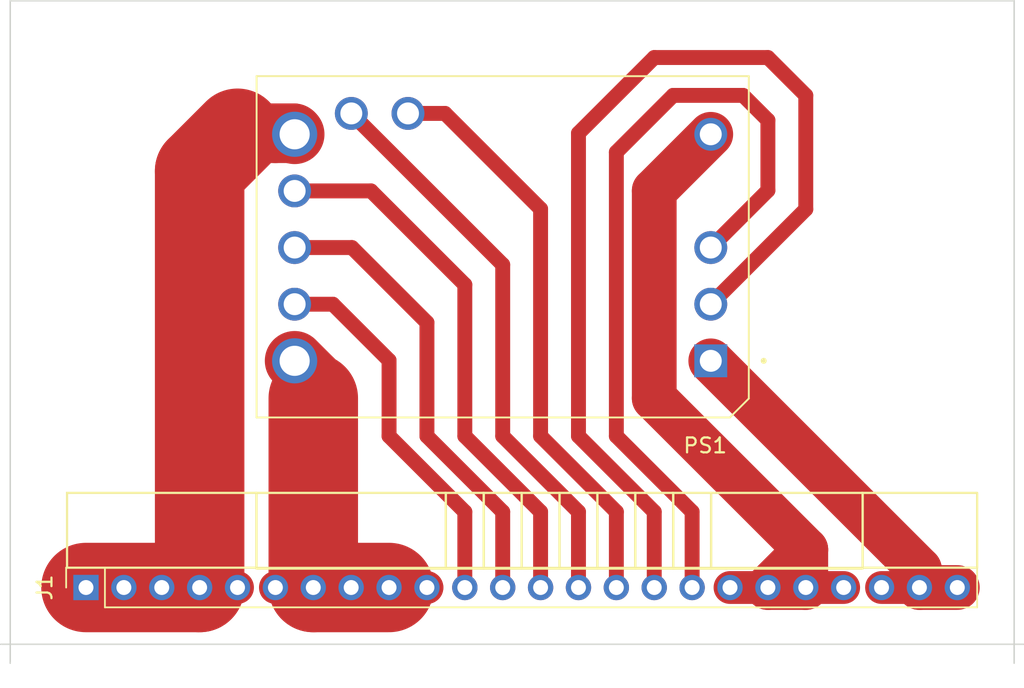
<source format=kicad_pcb>
(kicad_pcb (version 20211014) (generator pcbnew)
  (layers (0 "F.Cu" signal) (31 "B.Cu" signal) (34 "B.Paste" user) (35 "F.Paste" user) (36 "B.SilkS" user "B.Silkscreen") (37 "F.SilkS" user "F.Silkscreen") (38 "B.Mask" user) (39 "F.Mask" user) (44 "Edge.Cuts" user))
  (net 0 "")
  (net 1 "Net-(J1-Pad20)")
  (net 2 "Net-(PS1-Pad1)")
  (net 3 "Net-(PS1-Pad8)")
  (net 4 "Net-(PS1-Pad7)")
  (net 5 "Net-(PS1-Pad6)")
  (net 6 "Net-(PS1-Pad5)")
  (net 7 "Net-(J1-Pad14)")
  (net 8 "Net-(J1-Pad15)")
  (net 9 "Net-(PS1-Pad2)")
  (net 10 "Net-(PS1-Pad34)")
  (net 11 "GND")
  (footprint "km:CONV_I6A24014A033V-003-R" (layer "F.Cu") (at 69.85 64.77 180)
    (fp_text reference "PS1" (at -13.575 -13.335) (layer "F.SilkS"))
    (fp_text value "I6A24014A033V-003-R")
    (fp_line (start 16.5 -11.45) (end 16.5 11.45) (layer "F.SilkS") (width 0.127))
    (fp_line (start -15.23 -11.45) (end 16.5 -11.45) (layer "F.SilkS") (width 0.127))
    (fp_line (start -16.5 11.45) (end -16.5 -10.18) (layer "F.SilkS") (width 0.127))
    (fp_line (start 16.5 11.45) (end -16.5 11.45) (layer "F.SilkS") (width 0.127))
    (fp_line (start -16.5 -10.18) (end -15.23 -11.45) (layer "F.SilkS") (width 0.127))
    (fp_circle (center -17.5 -7.65) (end -17.4 -7.65) (layer "F.SilkS") (width 0.2) (fill none))
    (pad "1" thru_hole rect locked (at -13.95 -7.65 180) (size 2.205 2.205) (drill 1.47) (layers *.Cu *.Mask) (net 2 "Net-(PS1-Pad1)"))
    (pad "2" thru_hole circle locked (at -13.95 -0.05 180) (size 2.205 2.205) (drill 1.47) (layers *.Cu *.Mask) (net 9 "Net-(PS1-Pad2)"))
    (pad "3" thru_hole circle locked (at -13.95 7.55 180) (size 2.205 2.205) (drill 1.47) (layers *.Cu *.Mask) (net 1 "Net-(J1-Pad20)"))
    (pad "4" thru_hole circle locked (at 13.95 7.55 180) (size 3.03 3.03) (drill 2.02) (layers *.Cu *.Mask) (net 11 "GND"))
    (pad "5" thru_hole circle locked (at 13.95 3.75 180) (size 2.205 2.205) (drill 1.47) (layers *.Cu *.Mask) (net 6 "Net-(PS1-Pad5)"))
    (pad "6" thru_hole circle locked (at 13.95 -0.05 180) (size 2.205 2.205) (drill 1.47) (layers *.Cu *.Mask) (net 5 "Net-(PS1-Pad6)"))
    (pad "7" thru_hole circle locked (at 13.95 -3.85 180) (size 2.205 2.205) (drill 1.47) (layers *.Cu *.Mask) (net 4 "Net-(PS1-Pad7)"))
    (pad "8" thru_hole circle locked (at 13.95 -7.65 180) (size 3.03 3.03) (drill 2.02) (layers *.Cu *.Mask) (net 3 "Net-(PS1-Pad8)"))
    (pad "32" thru_hole circle locked (at 6.35 8.95 180) (size 2.205 2.205) (drill 1.47) (layers *.Cu *.Mask) (net 8 "Net-(J1-Pad15)"))
    (pad "33" thru_hole circle locked (at 10.15 8.95 180) (size 2.205 2.205) (drill 1.47) (layers *.Cu *.Mask) (net 7 "Net-(J1-Pad14)"))
    (pad "34" thru_hole circle locked (at -13.95 -3.85 180) (size 2.205 2.205) (drill 1.47) (layers *.Cu *.Mask) (net 10 "Net-(PS1-Pad34)"))
  )
  (footprint "Connector_PinSocket_2.54mm:PinSocket_1x24_P2.54mm_Vertical" (layer "F.Cu") (at 41.91 87.63 90)
    (fp_text reference "J1" (at 0 -2.77 90) (layer "F.SilkS"))
    (fp_text value "Conn_01x24_Male")
    (fp_line (start 1.33 -1.33) (end 1.33 0) (layer "F.SilkS") (width 0.12))
    (fp_line (start -1.33 1.27) (end -1.33 59.75) (layer "F.SilkS") (width 0.12))
    (fp_line (start -1.33 1.27) (end 1.33 1.27) (layer "F.SilkS") (width 0.12))
    (fp_line (start -1.33 59.75) (end 1.33 59.75) (layer "F.SilkS") (width 0.12))
    (fp_line (start 0 -1.33) (end 1.33 -1.33) (layer "F.SilkS") (width 0.12))
    (fp_line (start 1.33 1.27) (end 1.33 59.75) (layer "F.SilkS") (width 0.12))
    (pad "1" thru_hole rect locked (at 0 0 90) (size 1.7 1.7) (drill 1) (layers *.Cu *.Mask) (net 11 "GND"))
    (pad "2" thru_hole oval (at 0 2.54 90) (size 1.7 1.7) (drill 1) (layers *.Cu *.Mask) (net 11 "GND"))
    (pad "3" thru_hole oval (at 0 5.08 90) (size 1.7 1.7) (drill 1) (layers *.Cu *.Mask) (net 11 "GND"))
    (pad "4" thru_hole oval (at 0 7.62 90) (size 1.7 1.7) (drill 1) (layers *.Cu *.Mask) (net 11 "GND"))
    (pad "5" thru_hole oval (at 0 10.16 90) (size 1.7 1.7) (drill 1) (layers *.Cu *.Mask) (net 11 "GND"))
    (pad "6" thru_hole oval (at 0 12.7 90) (size 1.7 1.7) (drill 1) (layers *.Cu *.Mask) (net 3 "Net-(PS1-Pad8)"))
    (pad "7" thru_hole oval (at 0 15.24 90) (size 1.7 1.7) (drill 1) (layers *.Cu *.Mask) (net 3 "Net-(PS1-Pad8)"))
    (pad "8" thru_hole oval (at 0 17.78 90) (size 1.7 1.7) (drill 1) (layers *.Cu *.Mask) (net 3 "Net-(PS1-Pad8)"))
    (pad "9" thru_hole oval (at 0 20.32 90) (size 1.7 1.7) (drill 1) (layers *.Cu *.Mask) (net 3 "Net-(PS1-Pad8)"))
    (pad "10" thru_hole oval (at 0 22.86 90) (size 1.7 1.7) (drill 1) (layers *.Cu *.Mask) (net 3 "Net-(PS1-Pad8)"))
    (pad "11" thru_hole oval (at 0 25.4 90) (size 1.7 1.7) (drill 1) (layers *.Cu *.Mask) (net 4 "Net-(PS1-Pad7)"))
    (pad "12" thru_hole oval (at 0 27.94 90) (size 1.7 1.7) (drill 1) (layers *.Cu *.Mask) (net 5 "Net-(PS1-Pad6)"))
    (pad "13" thru_hole oval (at 0 30.48 90) (size 1.7 1.7) (drill 1) (layers *.Cu *.Mask) (net 6 "Net-(PS1-Pad5)"))
    (pad "14" thru_hole oval (at 0 33.02 90) (size 1.7 1.7) (drill 1) (layers *.Cu *.Mask) (net 7 "Net-(J1-Pad14)"))
    (pad "15" thru_hole oval (at 0 35.56 90) (size 1.7 1.7) (drill 1) (layers *.Cu *.Mask) (net 8 "Net-(J1-Pad15)"))
    (pad "16" thru_hole oval (at 0 38.1 90) (size 1.7 1.7) (drill 1) (layers *.Cu *.Mask) (net 10 "Net-(PS1-Pad34)"))
    (pad "17" thru_hole oval (at 0 40.64 90) (size 1.7 1.7) (drill 1) (layers *.Cu *.Mask) (net 9 "Net-(PS1-Pad2)"))
    (pad "18" thru_hole oval (at 0 43.18 90) (size 1.7 1.7) (drill 1) (layers *.Cu *.Mask) (net 1 "Net-(J1-Pad20)"))
    (pad "19" thru_hole oval (at 0 45.72 90) (size 1.7 1.7) (drill 1) (layers *.Cu *.Mask) (net 1 "Net-(J1-Pad20)"))
    (pad "20" thru_hole oval (at 0 48.26 90) (size 1.7 1.7) (drill 1) (layers *.Cu *.Mask) (net 1 "Net-(J1-Pad20)"))
    (pad "21" thru_hole oval (at 0 50.8 90) (size 1.7 1.7) (drill 1) (layers *.Cu *.Mask) (net 1 "Net-(J1-Pad20)"))
    (pad "22" thru_hole oval (at 0 53.34 90) (size 1.7 1.7) (drill 1) (layers *.Cu *.Mask) (net 2 "Net-(PS1-Pad1)"))
    (pad "23" thru_hole oval (at 0 55.88 90) (size 1.7 1.7) (drill 1) (layers *.Cu *.Mask) (net 2 "Net-(PS1-Pad1)"))
    (pad "24" thru_hole oval (at 0 58.42 90) (size 1.7 1.7) (drill 1) (layers *.Cu *.Mask) (net 2 "Net-(PS1-Pad1)"))
  )
  (gr_rect (start 73.66 81.28) (end 76.2 86.36) (layer "F.SilkS") (width 0.15) (fill none))
  (gr_rect (start 83.82 86.36) (end 93.98 81.28) (layer "F.SilkS") (width 0.15) (fill none))
  (gr_rect (start 78.74 86.36) (end 81.28 81.28) (layer "F.SilkS") (width 0.15) (fill none))
  (gr_rect (start 81.28 81.28) (end 83.82 86.36) (layer "F.SilkS") (width 0.15) (fill none))
  (gr_rect (start 40.64 86.3) (end 53.34 81.28) (layer "F.SilkS") (width 0.15) (fill none))
  (gr_rect (start 71.12 86.36) (end 73.66 81.28) (layer "F.SilkS") (width 0.15) (fill none))
  (gr_rect (start 93.98 81.28) (end 101.66 86.3) (layer "F.SilkS") (width 0.15) (fill none))
  (gr_rect (start 66.04 86.36) (end 68.58 81.28) (layer "F.SilkS") (width 0.15) (fill none))
  (gr_rect (start 76.2 81.28) (end 78.74 86.36) (layer "F.SilkS") (width 0.15) (fill none))
  (gr_rect (start 53.34 81.28) (end 66.04 86.36) (layer "F.SilkS") (width 0.15) (fill none))
  (gr_rect (start 68.58 81.28) (end 71.12 86.36) (layer "F.SilkS") (width 0.15) (fill none))
  (gr_line (start 36.83 48.26) (end 36.83 92.71) (layer "Edge.Cuts") (width 0.1))
  (gr_line (start 36.195 91.44) (end 104.775 91.44) (layer "Edge.Cuts") (width 0.1))
  (gr_line (start 104.14 92.71) (end 104.14 48.26) (layer "Edge.Cuts") (width 0.1))
  (gr_line (start 36.83 48.26) (end 104.14 48.26) (layer "Edge.Cuts") (width 0.1))
  (segment (start 87.63 87.63) (end 92.71 87.63) (width 0.25) (layer "F.Cu") (net 1))
  (segment (start 85.09 87.63) (end 92.71 87.63) (width 2.2) (layer "F.Cu") (net 1))
  (segment (start 87.63 87.63) (end 90.17 85.09) (width 3) (layer "F.Cu") (net 1))
  (segment (start 80.01 74.93) (end 90.17 85.09) (width 3) (layer "F.Cu") (net 1))
  (segment (start 90.17 85.09) (end 90.17 87.63) (width 3) (layer "F.Cu") (net 1))
  (segment (start 83.8 57.22) (end 80.01 61.01) (width 3) (layer "F.Cu") (net 1))
  (segment (start 80.01 61.01) (end 80.01 74.93) (width 3) (layer "F.Cu") (net 1))
  (segment (start 90.17 87.63) (end 87.63 87.63) (width 3) (layer "F.Cu") (net 1))
  (segment (start 100.33 87.63) (end 97.79 87.63) (width 3) (layer "F.Cu") (net 2))
  (segment (start 95.25 87.63) (end 100.33 87.63) (width 0.25) (layer "F.Cu") (net 2))
  (segment (start 97.79 86.41) (end 97.79 87.63) (width 3) (layer "F.Cu") (net 2))
  (segment (start 97.79 87.63) (end 95.25 87.63) (width 2.2) (layer "F.Cu") (net 2))
  (segment (start 83.8 72.42) (end 97.79 86.41) (width 3) (layer "F.Cu") (net 2))
  (segment (start 57.15 87.63) (end 57.15 74.93) (width 6) (layer "F.Cu") (net 3))
  (segment (start 62.23 87.63) (end 57.15 87.63) (width 6) (layer "F.Cu") (net 3))
  (segment (start 57.15 74.93) (end 57.15 73.67) (width 4) (layer "F.Cu") (net 3))
  (segment (start 64.77 87.63) (end 54.61 87.63) (width 2.2) (layer "F.Cu") (net 3))
  (segment (start 57.15 73.67) (end 55.9 72.42) (width 4) (layer "F.Cu") (net 3))
  (segment (start 62.23 87.63) (end 64.77 87.63) (width 2.2) (layer "F.Cu") (net 3))
  (segment (start 67.31 82.55) (end 62.23 77.47) (width 1) (layer "F.Cu") (net 4))
  (segment (start 62.23 72.39) (end 58.46 68.62) (width 1) (layer "F.Cu") (net 4))
  (segment (start 67.31 87.63) (end 67.31 82.55) (width 1) (layer "F.Cu") (net 4))
  (segment (start 62.23 77.47) (end 62.23 72.39) (width 1) (layer "F.Cu") (net 4))
  (segment (start 58.46 68.62) (end 55.9 68.62) (width 1) (layer "F.Cu") (net 4))
  (segment (start 59.74 64.82) (end 55.9 64.82) (width 1) (layer "F.Cu") (net 5))
  (segment (start 69.85 87.63) (end 69.85 82.55) (width 1) (layer "F.Cu") (net 5))
  (segment (start 64.77 77.47) (end 64.77 69.85) (width 1) (layer "F.Cu") (net 5))
  (segment (start 69.85 82.55) (end 64.77 77.47) (width 1) (layer "F.Cu") (net 5))
  (segment (start 64.77 69.85) (end 59.74 64.82) (width 1) (layer "F.Cu") (net 5))
  (segment (start 72.39 82.55) (end 67.31 77.47) (width 1) (layer "F.Cu") (net 6))
  (segment (start 61.02 61.02) (end 55.9 61.02) (width 1) (layer "F.Cu") (net 6))
  (segment (start 72.39 87.63) (end 72.39 82.55) (width 1) (layer "F.Cu") (net 6))
  (segment (start 67.31 67.31) (end 61.02 61.02) (width 1) (layer "F.Cu") (net 6))
  (segment (start 67.31 77.47) (end 67.31 67.31) (width 1) (layer "F.Cu") (net 6))
  (segment (start 69.85 65.97) (end 59.7 55.82) (width 1) (layer "F.Cu") (net 7))
  (segment (start 69.85 77.47) (end 69.85 65.97) (width 1) (layer "F.Cu") (net 7))
  (segment (start 74.93 82.55) (end 69.85 77.47) (width 1) (layer "F.Cu") (net 7))
  (segment (start 74.93 87.63) (end 74.93 82.55) (width 1) (layer "F.Cu") (net 7))
  (segment (start 65.98 55.82) (end 63.5 55.82) (width 1) (layer "F.Cu") (net 8))
  (segment (start 77.47 87.63) (end 77.47 82.55) (width 1) (layer "F.Cu") (net 8))
  (segment (start 72.39 62.23) (end 65.98 55.82) (width 1) (layer "F.Cu") (net 8))
  (segment (start 72.39 77.47) (end 72.39 62.23) (width 1) (layer "F.Cu") (net 8))
  (segment (start 77.47 82.55) (end 72.39 77.47) (width 1) (layer "F.Cu") (net 8))
  (segment (start 87.63 60.99) (end 87.63 56.274704) (width 1) (layer "F.Cu") (net 9))
  (segment (start 77.47 77.47) (end 82.55 82.55) (width 1) (layer "F.Cu") (net 9))
  (segment (start 82.55 82.55) (end 82.55 87.63) (width 1) (layer "F.Cu") (net 9))
  (segment (start 87.63 56.274704) (end 85.965296 54.61) (width 1) (layer "F.Cu") (net 9))
  (segment (start 85.965296 54.61) (end 81.28 54.61) (width 1) (layer "F.Cu") (net 9))
  (segment (start 77.47 58.42) (end 77.47 77.47) (width 1) (layer "F.Cu") (net 9))
  (segment (start 83.8 64.82) (end 87.63 60.99) (width 1) (layer "F.Cu") (net 9))
  (segment (start 81.28 54.61) (end 77.47 58.42) (width 1) (layer "F.Cu") (net 9))
  (segment (start 87.63 52.07) (end 80.01 52.07) (width 1) (layer "F.Cu") (net 10))
  (segment (start 90.17 54.61) (end 87.63 52.07) (width 1) (layer "F.Cu") (net 10))
  (segment (start 80.01 52.07) (end 74.93 57.15) (width 1) (layer "F.Cu") (net 10))
  (segment (start 83.8 68.62) (end 90.17 62.25) (width 1) (layer "F.Cu") (net 10))
  (segment (start 90.17 62.25) (end 90.17 54.61) (width 1) (layer "F.Cu") (net 10))
  (segment (start 80.01 82.55) (end 80.01 87.63) (width 1) (layer "F.Cu") (net 10))
  (segment (start 74.93 57.15) (end 74.93 77.47) (width 1) (layer "F.Cu") (net 10))
  (segment (start 74.93 77.47) (end 80.01 82.55) (width 1) (layer "F.Cu") (net 10))
  (segment (start 49.53 59.69) (end 49.53 87.63) (width 6) (layer "F.Cu") (net 11))
  (segment (start 55.83 57.15) (end 54.61 57.15) (width 4) (layer "F.Cu") (net 11))
  (segment (start 49.53 87.63) (end 52.07 87.63) (width 2.2) (layer "F.Cu") (net 11))
  (segment (start 55.9 57.22) (end 55.83 57.15) (width 4) (layer "F.Cu") (net 11))
  (segment (start 52.07 57.15) (end 49.53 59.69) (width 6) (layer "F.Cu") (net 11))
  (segment (start 49.53 87.63) (end 41.91 87.63) (width 6) (layer "F.Cu") (net 11))
  (segment (start 54.61 57.15) (end 52.07 57.15) (width 4) (layer "F.Cu") (net 11))
)
</source>
